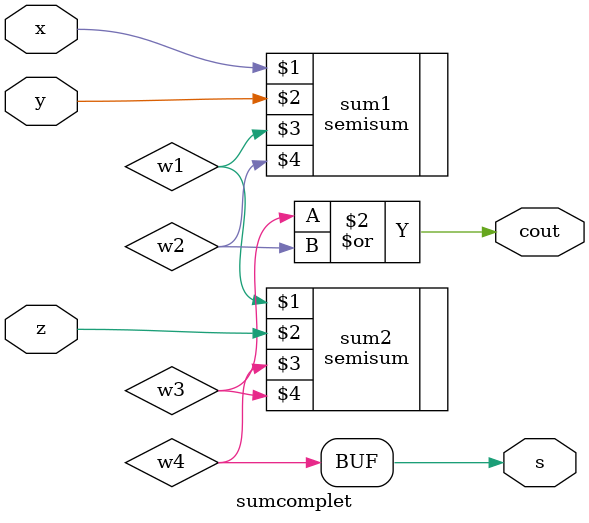
<source format=v>
`timescale 1ns / 1ps
module sumcomplet(x,y,z,s,cout);
    input x,y,z;
    output s,cout;
    
    reg cout,s;
    wire w1,w2,w3,w4;
    
    semisum sum1(x,y,w1,w2);
    semisum sum2(w1,z,w4,w3);
    
    always @(w3,w2,w4)
    begin
        cout=w3|w2;
        s=w4;
    end
endmodule
</source>
